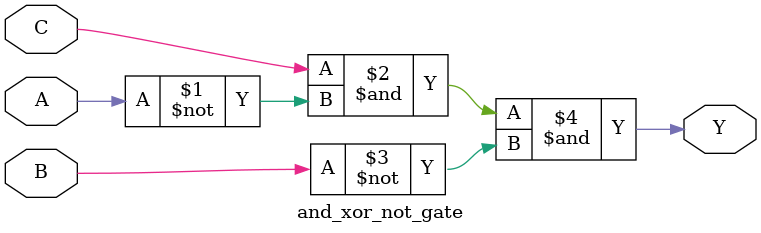
<source format=sv>
module and_xor_not_gate (
    input wire A, B, C,   // 输入A, B, C
    output wire Y         // 输出Y
);
    // 简化表达式: ((A & B) ^ C) & ~A
    // 展开: ((A & B) ^ C) & ~A = (~(A & B) & C | (A & B) & ~C) & ~A
    // 由于 (A & B) & ~A = 0 (因为A和~A不能同时为1)
    // 所以简化为: (~(A & B) & C) & ~A = (C & ~A & ~(A & B))
    // 进一步简化: C & ~A & (~A | ~B) = C & ~A & ~B
    assign Y = C & ~A & ~B;  // 优化后的表达式
endmodule
</source>
